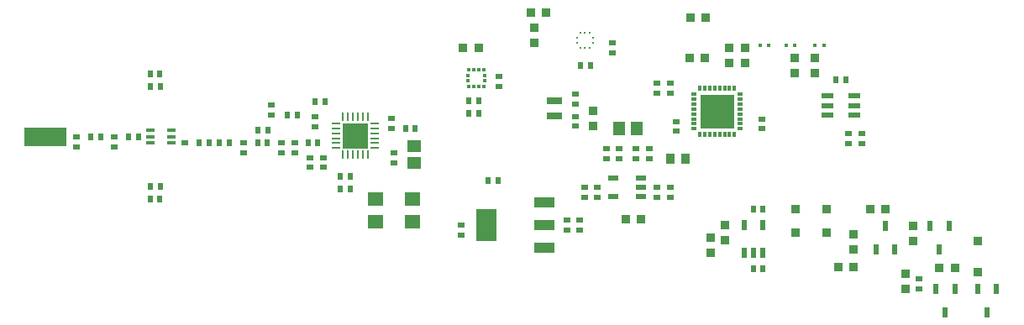
<source format=gbr>
%TF.GenerationSoftware,Altium Limited,Altium Designer,23.11.1 (41)*%
G04 Layer_Color=8421504*
%FSLAX45Y45*%
%MOMM*%
%TF.SameCoordinates,5A3C93BB-BC46-40EA-83D2-B686983C8B64*%
%TF.FilePolarity,Positive*%
%TF.FileFunction,Paste,Top*%
%TF.Part,Single*%
G01*
G75*
%TA.AperFunction,SMDPad,CuDef*%
%ADD10R,0.70000X0.60000*%
%ADD12R,3.45000X3.45000*%
%ADD13R,0.30000X0.60000*%
%ADD14R,0.60000X0.30000*%
%ADD15R,0.40000X0.30000*%
%ADD16R,0.85000X0.90000*%
%ADD17R,0.90000X0.85000*%
%ADD18R,0.60000X0.70000*%
%ADD19R,0.95000X1.00000*%
%ADD20R,0.27500X0.25000*%
%ADD21R,0.25000X0.27500*%
%ADD22R,1.20000X0.60000*%
%ADD23R,1.19000X1.47000*%
%ADD24R,1.05000X0.60000*%
%ADD25R,0.38100X0.35560*%
%ADD26R,0.35560X0.38100*%
%ADD27R,0.60000X1.00000*%
%ADD28R,0.95000X0.90000*%
%ADD29R,0.90000X0.95000*%
%ADD30R,0.60000X1.05000*%
%ADD31R,2.15000X1.00000*%
%ADD32R,2.15000X3.25000*%
%ADD33R,2.60000X2.60000*%
%ADD34O,0.85000X0.25000*%
%ADD35O,0.25000X0.85000*%
%TA.AperFunction,ConnectorPad*%
%ADD36R,4.20000X1.90500*%
%TA.AperFunction,SMDPad,CuDef*%
%ADD37R,1.50000X0.80000*%
%ADD38R,0.64000X0.58000*%
%ADD39R,0.58000X0.64000*%
%ADD40R,0.55000X0.65000*%
%ADD41R,0.90000X0.40000*%
%ADD42R,1.60000X1.40000*%
%ADD43R,1.47000X1.19000*%
D10*
X2242500Y3935000D02*
D03*
X5960000Y5045000D02*
D03*
Y4945000D02*
D03*
X6540000Y4540000D02*
D03*
Y4640000D02*
D03*
X6410000D02*
D03*
Y4540000D02*
D03*
X7470000Y4280000D02*
D03*
Y4180000D02*
D03*
X8470000Y4130000D02*
D03*
Y4030000D02*
D03*
X6600000Y4255000D02*
D03*
Y4155000D02*
D03*
X6330000Y3980000D02*
D03*
Y3880000D02*
D03*
X6200000Y3980000D02*
D03*
Y3880000D02*
D03*
X6030000Y3980000D02*
D03*
Y3880000D02*
D03*
X5680000Y3590000D02*
D03*
Y3490000D02*
D03*
X5810000Y3590000D02*
D03*
Y3490000D02*
D03*
X8340000Y4130000D02*
D03*
Y4030000D02*
D03*
X4432500Y3110000D02*
D03*
Y3210000D02*
D03*
X6540000Y3590000D02*
D03*
Y3490000D02*
D03*
X5630000Y3260000D02*
D03*
Y3160000D02*
D03*
X5500000Y3260000D02*
D03*
Y3160000D02*
D03*
X5900000Y3980000D02*
D03*
Y3880000D02*
D03*
X4820000Y4705000D02*
D03*
Y4605000D02*
D03*
X9050000Y2670001D02*
D03*
X9050000Y2570000D02*
D03*
X6410000Y3590000D02*
D03*
Y3490000D02*
D03*
X5587500Y4530000D02*
D03*
Y4430000D02*
D03*
X5587499Y4205000D02*
D03*
Y4305000D02*
D03*
X2915000Y3790000D02*
D03*
X2915000Y3890000D02*
D03*
X3045000Y3790000D02*
D03*
X3045000Y3890000D02*
D03*
X3730000Y4185000D02*
D03*
Y4285000D02*
D03*
X1652500Y4035000D02*
D03*
X2242500D02*
D03*
X2625000Y3935000D02*
D03*
Y4035000D02*
D03*
X557500Y4100000D02*
D03*
Y4000000D02*
D03*
X940000Y4100000D02*
D03*
Y4000000D02*
D03*
X3757500Y3935000D02*
D03*
Y3835000D02*
D03*
X2520000Y4320000D02*
D03*
Y4420000D02*
D03*
D12*
X7015000Y4355000D02*
D03*
D13*
X6840000Y4590000D02*
D03*
X6890000D02*
D03*
X6940000D02*
D03*
X6990000D02*
D03*
X7040000D02*
D03*
X7090000D02*
D03*
X7140000D02*
D03*
X7190000D02*
D03*
Y4120000D02*
D03*
X7140000D02*
D03*
X7090000D02*
D03*
X7040000D02*
D03*
X6990000D02*
D03*
X6940000D02*
D03*
X6890000D02*
D03*
X6840000D02*
D03*
D14*
X7250000Y4530000D02*
D03*
Y4480000D02*
D03*
Y4430000D02*
D03*
Y4380000D02*
D03*
Y4330000D02*
D03*
Y4280000D02*
D03*
Y4230000D02*
D03*
Y4180000D02*
D03*
X6780000D02*
D03*
Y4230000D02*
D03*
Y4280000D02*
D03*
Y4330000D02*
D03*
Y4380000D02*
D03*
Y4430000D02*
D03*
Y4480000D02*
D03*
Y4530000D02*
D03*
D15*
X7800000Y5022500D02*
D03*
X7710000D02*
D03*
X8090000D02*
D03*
X8000000D02*
D03*
X7537500Y5022500D02*
D03*
X7447500D02*
D03*
D16*
X6890000Y4895000D02*
D03*
X6735000D02*
D03*
X5290000Y5355000D02*
D03*
X5135000D02*
D03*
X6095000Y3265000D02*
D03*
X6250000D02*
D03*
X4610000Y4995000D02*
D03*
X4455000D02*
D03*
X9410000Y2780000D02*
D03*
X9255000D02*
D03*
X8710000Y3370000D02*
D03*
X8555000D02*
D03*
X8390000Y2790000D02*
D03*
X8235000D02*
D03*
X7292500Y4992500D02*
D03*
X7137500D02*
D03*
X7292500Y4842500D02*
D03*
X7137500D02*
D03*
X6897500Y5302500D02*
D03*
X6742500D02*
D03*
D17*
X8000000Y4897500D02*
D03*
Y4742500D02*
D03*
X7800000Y4897500D02*
D03*
Y4742500D02*
D03*
X5170000Y5200000D02*
D03*
Y5045000D02*
D03*
X8910000Y2720000D02*
D03*
Y2565000D02*
D03*
X8990000Y3200000D02*
D03*
Y3045001D02*
D03*
X8390000Y3115000D02*
D03*
Y2960000D02*
D03*
X6947500Y3082500D02*
D03*
Y2927500D02*
D03*
X7097500Y3212500D02*
D03*
Y3057500D02*
D03*
X5760000Y4360000D02*
D03*
Y4205000D02*
D03*
D18*
X8310000Y4670000D02*
D03*
X8210000D02*
D03*
X4805001Y3660000D02*
D03*
X4705000D02*
D03*
X5740000Y4815000D02*
D03*
X5640000D02*
D03*
X4610000Y4335000D02*
D03*
X4510000D02*
D03*
X4610000Y4465000D02*
D03*
X4510000D02*
D03*
X7477500Y3367500D02*
D03*
X7377500D02*
D03*
X7477500Y2767500D02*
D03*
X7377500Y2767500D02*
D03*
X3317500Y3570000D02*
D03*
X3217500D02*
D03*
X3317500Y3700000D02*
D03*
X3217500D02*
D03*
X1300000Y4610000D02*
D03*
X1400000D02*
D03*
X2383500Y4165000D02*
D03*
X2483500D02*
D03*
X2000000Y4035000D02*
D03*
X2100000D02*
D03*
X1080000Y4100000D02*
D03*
X1180000D02*
D03*
X2680000Y4320000D02*
D03*
X2780000D02*
D03*
X1300000Y3597500D02*
D03*
X1400000D02*
D03*
X3060000Y4450000D02*
D03*
X2960000D02*
D03*
D19*
X6540000Y3880000D02*
D03*
X6695000D02*
D03*
D20*
X5607500Y5095000D02*
D03*
Y5045000D02*
D03*
X5760000Y5095000D02*
D03*
Y5045000D02*
D03*
D21*
X5683750Y4993750D02*
D03*
X5733750D02*
D03*
X5633750D02*
D03*
X5683750Y5146250D02*
D03*
X5733750D02*
D03*
X5633750D02*
D03*
D22*
X8400000Y4415000D02*
D03*
Y4510000D02*
D03*
Y4320000D02*
D03*
X8130000Y4415000D02*
D03*
Y4510000D02*
D03*
Y4320000D02*
D03*
D23*
X6030000Y4180000D02*
D03*
X6201000D02*
D03*
D24*
X6250000Y3590000D02*
D03*
Y3685000D02*
D03*
Y3495000D02*
D03*
X5965000Y3685000D02*
D03*
Y3495000D02*
D03*
D25*
X4668820Y4716180D02*
D03*
X4668820Y4666180D02*
D03*
X4501180Y4716180D02*
D03*
Y4666180D02*
D03*
D26*
X4660000Y4775000D02*
D03*
X4610000Y4775000D02*
D03*
X4610000Y4607361D02*
D03*
X4560000D02*
D03*
X4660000D02*
D03*
X4560000Y4775000D02*
D03*
X4510000Y4775000D02*
D03*
Y4607361D02*
D03*
D27*
X9410000Y2570000D02*
D03*
X9220000D02*
D03*
X9315000Y2330000D02*
D03*
X8710000Y3200000D02*
D03*
X8615000Y2960000D02*
D03*
X8805000D02*
D03*
X9830000Y2570000D02*
D03*
X9640000D02*
D03*
X9735000Y2330000D02*
D03*
X9350000Y3200000D02*
D03*
X9160000D02*
D03*
X9255000Y2960000D02*
D03*
D28*
X9640000Y3050000D02*
D03*
Y2735001D02*
D03*
D29*
X8120000Y3370000D02*
D03*
X7805000D02*
D03*
X8120000Y3130000D02*
D03*
X7805000D02*
D03*
D30*
X7477500Y3212500D02*
D03*
X7287500D02*
D03*
X7477500Y2927500D02*
D03*
X7287500D02*
D03*
X7382500D02*
D03*
D31*
X5270000Y3440000D02*
D03*
Y3210000D02*
D03*
Y2980000D02*
D03*
D32*
X4685000Y3210000D02*
D03*
D33*
X3370000Y4110000D02*
D03*
D34*
X3177500Y3985000D02*
D03*
Y4035000D02*
D03*
Y4085000D02*
D03*
Y4135000D02*
D03*
Y4185000D02*
D03*
Y4235000D02*
D03*
X3562500D02*
D03*
Y4185000D02*
D03*
Y4135000D02*
D03*
Y4085000D02*
D03*
Y4035000D02*
D03*
Y3985000D02*
D03*
D35*
X3245000Y4302500D02*
D03*
X3295000D02*
D03*
X3345000D02*
D03*
X3395000D02*
D03*
X3445000D02*
D03*
X3495000D02*
D03*
Y3917500D02*
D03*
X3445000D02*
D03*
X3395000D02*
D03*
X3345000D02*
D03*
X3295000D02*
D03*
X3245000D02*
D03*
D36*
X242500Y4100000D02*
D03*
D37*
X5377500Y4310000D02*
D03*
Y4460000D02*
D03*
D38*
X2755000Y3937500D02*
D03*
Y4035500D02*
D03*
X2960000Y4300000D02*
D03*
Y4202000D02*
D03*
D39*
X3972500Y4185000D02*
D03*
X3874500D02*
D03*
X1895000Y4035000D02*
D03*
X1797000D02*
D03*
X2482500D02*
D03*
X2384500D02*
D03*
X800000Y4100000D02*
D03*
X702000D02*
D03*
D40*
X1395000Y4737500D02*
D03*
X1300000D02*
D03*
X2985000Y4035000D02*
D03*
X2890000D02*
D03*
X1395000Y3470000D02*
D03*
X1300000D02*
D03*
D41*
X1512500Y4035000D02*
D03*
Y4100000D02*
D03*
Y4165000D02*
D03*
X1302500D02*
D03*
Y4100000D02*
D03*
Y4035000D02*
D03*
D42*
X3947500Y3475000D02*
D03*
Y3245000D02*
D03*
X3567500Y3475000D02*
D03*
X3567500Y3245000D02*
D03*
D43*
X3962500Y3836500D02*
D03*
Y4007500D02*
D03*
%TF.MD5,46e350af3d4c335a2e971b83fb9efbc1*%
M02*

</source>
